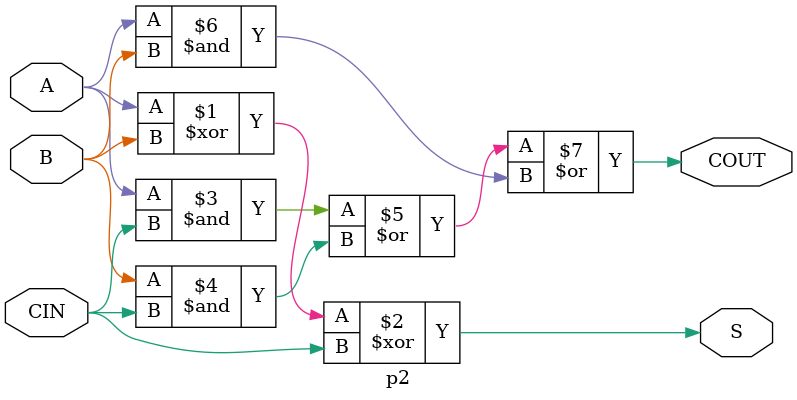
<source format=v>
`timescale 1ps/1ps

module p2(A,B,CIN,S,COUT);
    input A,B,CIN;
    output S,COUT;

    assign S = (A^B)^CIN;
    assign COUT = (A&CIN)|(B&CIN)|(A&B);
endmodule
</source>
